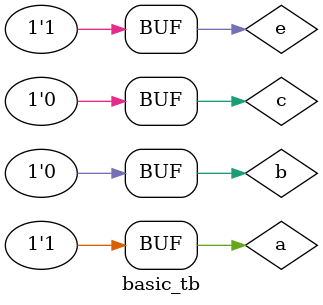
<source format=v>
module basic(a,b,c,e,l);
input a,b,c,e;
output l;
wire h,i,j,k;
and g1(h,a,b);
and g2(i,b,c);
not g3(j,i);
or g4(k,h,j);
and g5(l,k,e);
endmodule


module basic_tb();
reg a,b,c,e;
wire l;
basic uut(a,b,c,e,l);
initial begin

a=1'b1; b=1'b1; c=1'b1; e=1'b1; #10;
a=1'b0; b=1'b1; c=1'b1; e=1'b1; #10;
a=1'b1; b=1'b1; c=1'b0; e=1'b1; #10;
a=1'b1; b=1'b0; c=1'b1; e=1'b1; #10;
a=1'b0; b=1'b0; c=1'b1; e=1'b1; #10;
a=1'b1; b=1'b0; c=1'b0; e=1'b1; #10;

end
endmodule

</source>
